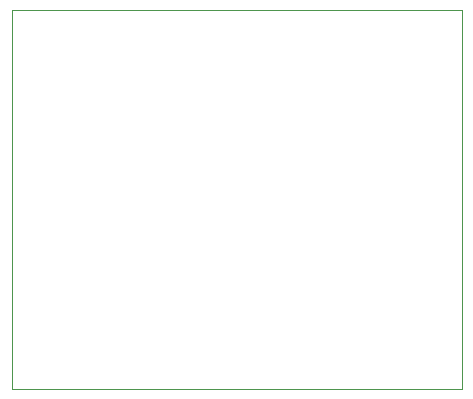
<source format=gm1>
G04 #@! TF.GenerationSoftware,KiCad,Pcbnew,(5.1.2)-1*
G04 #@! TF.CreationDate,2022-03-08T20:03:48-05:00*
G04 #@! TF.ProjectId,telemetry_breakout,74656c65-6d65-4747-9279-5f627265616b,rev?*
G04 #@! TF.SameCoordinates,Original*
G04 #@! TF.FileFunction,Profile,NP*
%FSLAX46Y46*%
G04 Gerber Fmt 4.6, Leading zero omitted, Abs format (unit mm)*
G04 Created by KiCad (PCBNEW (5.1.2)-1) date 2022-03-08 20:03:48*
%MOMM*%
%LPD*%
G04 APERTURE LIST*
%ADD10C,0.050000*%
G04 APERTURE END LIST*
D10*
X227330000Y-84074000D02*
X189230000Y-84074000D01*
X227330000Y-116205000D02*
X227330000Y-84074000D01*
X189230000Y-116205000D02*
X227330000Y-116205000D01*
X189230000Y-84074000D02*
X189230000Y-116205000D01*
M02*

</source>
